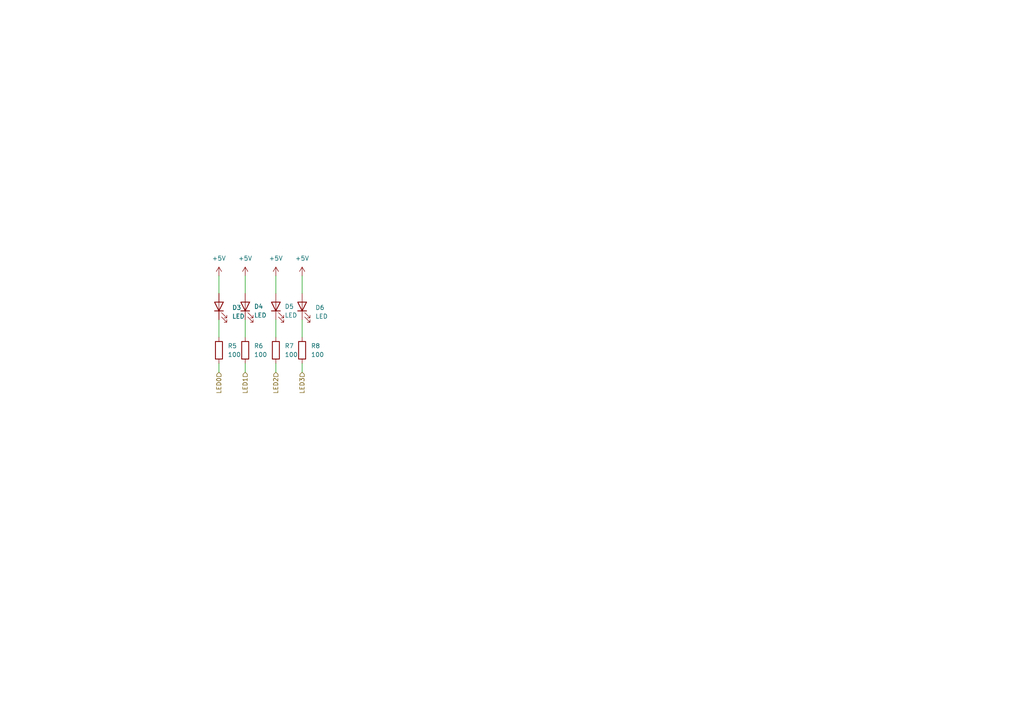
<source format=kicad_sch>
(kicad_sch (version 20211123) (generator eeschema)

  (uuid 62a4817a-90b5-4405-afef-7ac403d6efca)

  (paper "A4")

  (lib_symbols
    (symbol "Device:LED" (pin_numbers hide) (pin_names (offset 1.016) hide) (in_bom yes) (on_board yes)
      (property "Reference" "D" (id 0) (at 0 2.54 0)
        (effects (font (size 1.27 1.27)))
      )
      (property "Value" "LED" (id 1) (at 0 -2.54 0)
        (effects (font (size 1.27 1.27)))
      )
      (property "Footprint" "" (id 2) (at 0 0 0)
        (effects (font (size 1.27 1.27)) hide)
      )
      (property "Datasheet" "~" (id 3) (at 0 0 0)
        (effects (font (size 1.27 1.27)) hide)
      )
      (property "ki_keywords" "LED diode" (id 4) (at 0 0 0)
        (effects (font (size 1.27 1.27)) hide)
      )
      (property "ki_description" "Light emitting diode" (id 5) (at 0 0 0)
        (effects (font (size 1.27 1.27)) hide)
      )
      (property "ki_fp_filters" "LED* LED_SMD:* LED_THT:*" (id 6) (at 0 0 0)
        (effects (font (size 1.27 1.27)) hide)
      )
      (symbol "LED_0_1"
        (polyline
          (pts
            (xy -1.27 -1.27)
            (xy -1.27 1.27)
          )
          (stroke (width 0.254) (type default) (color 0 0 0 0))
          (fill (type none))
        )
        (polyline
          (pts
            (xy -1.27 0)
            (xy 1.27 0)
          )
          (stroke (width 0) (type default) (color 0 0 0 0))
          (fill (type none))
        )
        (polyline
          (pts
            (xy 1.27 -1.27)
            (xy 1.27 1.27)
            (xy -1.27 0)
            (xy 1.27 -1.27)
          )
          (stroke (width 0.254) (type default) (color 0 0 0 0))
          (fill (type none))
        )
        (polyline
          (pts
            (xy -3.048 -0.762)
            (xy -4.572 -2.286)
            (xy -3.81 -2.286)
            (xy -4.572 -2.286)
            (xy -4.572 -1.524)
          )
          (stroke (width 0) (type default) (color 0 0 0 0))
          (fill (type none))
        )
        (polyline
          (pts
            (xy -1.778 -0.762)
            (xy -3.302 -2.286)
            (xy -2.54 -2.286)
            (xy -3.302 -2.286)
            (xy -3.302 -1.524)
          )
          (stroke (width 0) (type default) (color 0 0 0 0))
          (fill (type none))
        )
      )
      (symbol "LED_1_1"
        (pin passive line (at -3.81 0 0) (length 2.54)
          (name "K" (effects (font (size 1.27 1.27))))
          (number "1" (effects (font (size 1.27 1.27))))
        )
        (pin passive line (at 3.81 0 180) (length 2.54)
          (name "A" (effects (font (size 1.27 1.27))))
          (number "2" (effects (font (size 1.27 1.27))))
        )
      )
    )
    (symbol "Device:R" (pin_numbers hide) (pin_names (offset 0)) (in_bom yes) (on_board yes)
      (property "Reference" "R" (id 0) (at 2.032 0 90)
        (effects (font (size 1.27 1.27)))
      )
      (property "Value" "R" (id 1) (at 0 0 90)
        (effects (font (size 1.27 1.27)))
      )
      (property "Footprint" "" (id 2) (at -1.778 0 90)
        (effects (font (size 1.27 1.27)) hide)
      )
      (property "Datasheet" "~" (id 3) (at 0 0 0)
        (effects (font (size 1.27 1.27)) hide)
      )
      (property "ki_keywords" "R res resistor" (id 4) (at 0 0 0)
        (effects (font (size 1.27 1.27)) hide)
      )
      (property "ki_description" "Resistor" (id 5) (at 0 0 0)
        (effects (font (size 1.27 1.27)) hide)
      )
      (property "ki_fp_filters" "R_*" (id 6) (at 0 0 0)
        (effects (font (size 1.27 1.27)) hide)
      )
      (symbol "R_0_1"
        (rectangle (start -1.016 -2.54) (end 1.016 2.54)
          (stroke (width 0.254) (type default) (color 0 0 0 0))
          (fill (type none))
        )
      )
      (symbol "R_1_1"
        (pin passive line (at 0 3.81 270) (length 1.27)
          (name "~" (effects (font (size 1.27 1.27))))
          (number "1" (effects (font (size 1.27 1.27))))
        )
        (pin passive line (at 0 -3.81 90) (length 1.27)
          (name "~" (effects (font (size 1.27 1.27))))
          (number "2" (effects (font (size 1.27 1.27))))
        )
      )
    )
    (symbol "power:+5V" (power) (pin_names (offset 0)) (in_bom yes) (on_board yes)
      (property "Reference" "#PWR" (id 0) (at 0 -3.81 0)
        (effects (font (size 1.27 1.27)) hide)
      )
      (property "Value" "+5V" (id 1) (at 0 3.556 0)
        (effects (font (size 1.27 1.27)))
      )
      (property "Footprint" "" (id 2) (at 0 0 0)
        (effects (font (size 1.27 1.27)) hide)
      )
      (property "Datasheet" "" (id 3) (at 0 0 0)
        (effects (font (size 1.27 1.27)) hide)
      )
      (property "ki_keywords" "power-flag" (id 4) (at 0 0 0)
        (effects (font (size 1.27 1.27)) hide)
      )
      (property "ki_description" "Power symbol creates a global label with name \"+5V\"" (id 5) (at 0 0 0)
        (effects (font (size 1.27 1.27)) hide)
      )
      (symbol "+5V_0_1"
        (polyline
          (pts
            (xy -0.762 1.27)
            (xy 0 2.54)
          )
          (stroke (width 0) (type default) (color 0 0 0 0))
          (fill (type none))
        )
        (polyline
          (pts
            (xy 0 0)
            (xy 0 2.54)
          )
          (stroke (width 0) (type default) (color 0 0 0 0))
          (fill (type none))
        )
        (polyline
          (pts
            (xy 0 2.54)
            (xy 0.762 1.27)
          )
          (stroke (width 0) (type default) (color 0 0 0 0))
          (fill (type none))
        )
      )
      (symbol "+5V_1_1"
        (pin power_in line (at 0 0 90) (length 0) hide
          (name "+5V" (effects (font (size 1.27 1.27))))
          (number "1" (effects (font (size 1.27 1.27))))
        )
      )
    )
  )


  (wire (pts (xy 63.5 105.41) (xy 63.5 107.95))
    (stroke (width 0) (type default) (color 0 0 0 0))
    (uuid 01291ad7-d515-4150-9a7f-9e12dc140e88)
  )
  (wire (pts (xy 63.5 92.71) (xy 63.5 97.79))
    (stroke (width 0) (type default) (color 0 0 0 0))
    (uuid 108c59d6-8817-4439-b0ed-db9970f5d19c)
  )
  (wire (pts (xy 87.63 105.41) (xy 87.63 107.95))
    (stroke (width 0) (type default) (color 0 0 0 0))
    (uuid 20c97ad1-2955-4b68-95a4-9b067cd17eec)
  )
  (wire (pts (xy 80.01 92.71) (xy 80.01 97.79))
    (stroke (width 0) (type default) (color 0 0 0 0))
    (uuid 232e8801-adb1-4510-88b5-979b871d9ac5)
  )
  (wire (pts (xy 71.12 80.01) (xy 71.12 85.09))
    (stroke (width 0) (type default) (color 0 0 0 0))
    (uuid 28512130-9f93-443f-ab96-d53b00ddacbe)
  )
  (wire (pts (xy 71.12 105.41) (xy 71.12 107.95))
    (stroke (width 0) (type default) (color 0 0 0 0))
    (uuid 3e3b9281-a771-4eef-a0b4-10c75cfb36a4)
  )
  (wire (pts (xy 87.63 80.01) (xy 87.63 85.09))
    (stroke (width 0) (type default) (color 0 0 0 0))
    (uuid 6aeaa166-dc75-4db0-958c-b737facfe99b)
  )
  (wire (pts (xy 63.5 80.01) (xy 63.5 85.09))
    (stroke (width 0) (type default) (color 0 0 0 0))
    (uuid 8772571a-a395-4dfb-a01b-16c9101ca677)
  )
  (wire (pts (xy 80.01 80.01) (xy 80.01 85.09))
    (stroke (width 0) (type default) (color 0 0 0 0))
    (uuid a01f9b01-deb2-4b35-8b33-e1f74b5fd0fc)
  )
  (wire (pts (xy 80.01 105.41) (xy 80.01 107.95))
    (stroke (width 0) (type default) (color 0 0 0 0))
    (uuid a07d4b8d-88e9-4455-83a6-b52298befe57)
  )
  (wire (pts (xy 71.12 92.71) (xy 71.12 97.79))
    (stroke (width 0) (type default) (color 0 0 0 0))
    (uuid d3d238f6-acbb-418b-afb1-01fd90cf418a)
  )
  (wire (pts (xy 87.63 92.71) (xy 87.63 97.79))
    (stroke (width 0) (type default) (color 0 0 0 0))
    (uuid e50c2909-e2d4-4787-8bf9-3ebd85fbd590)
  )

  (hierarchical_label "LED1" (shape input) (at 71.12 107.95 270)
    (effects (font (size 1.27 1.27)) (justify right))
    (uuid 0efed662-3ebc-46d1-8def-17e4c4dd08d7)
  )
  (hierarchical_label "LED3" (shape input) (at 87.63 107.95 270)
    (effects (font (size 1.27 1.27)) (justify right))
    (uuid 1fac7540-a02d-4aba-bd80-15ea92a7dde0)
  )
  (hierarchical_label "LED2" (shape input) (at 80.01 107.95 270)
    (effects (font (size 1.27 1.27)) (justify right))
    (uuid 8fe70ff3-7f26-4e8a-9231-fa86dc86eebe)
  )
  (hierarchical_label "LED0" (shape input) (at 63.5 107.95 270)
    (effects (font (size 1.27 1.27)) (justify right))
    (uuid ebdcea94-fec0-4654-a32b-de26e3f2bf5b)
  )

  (symbol (lib_id "power:+5V") (at 80.01 80.01 0) (unit 1)
    (in_bom yes) (on_board yes) (fields_autoplaced)
    (uuid 0f8cb0eb-3eaa-41a7-a83e-0cf7e0f48ab2)
    (property "Reference" "#PWR09" (id 0) (at 80.01 83.82 0)
      (effects (font (size 1.27 1.27)) hide)
    )
    (property "Value" "+5V" (id 1) (at 80.01 74.93 0))
    (property "Footprint" "" (id 2) (at 80.01 80.01 0)
      (effects (font (size 1.27 1.27)) hide)
    )
    (property "Datasheet" "" (id 3) (at 80.01 80.01 0)
      (effects (font (size 1.27 1.27)) hide)
    )
    (pin "1" (uuid 4083d8cf-fd59-4e60-8dff-fdd8dbf3d4d1))
  )

  (symbol (lib_id "Device:LED") (at 87.63 88.9 90) (unit 1)
    (in_bom yes) (on_board yes) (fields_autoplaced)
    (uuid 1f0a3013-8deb-4309-9b2a-5fd8f5ed3c49)
    (property "Reference" "D6" (id 0) (at 91.44 89.2174 90)
      (effects (font (size 1.27 1.27)) (justify right))
    )
    (property "Value" "LED" (id 1) (at 91.44 91.7574 90)
      (effects (font (size 1.27 1.27)) (justify right))
    )
    (property "Footprint" "LED_SMD:LED_1206_3216Metric_Pad1.42x1.75mm_HandSolder" (id 2) (at 87.63 88.9 0)
      (effects (font (size 1.27 1.27)) hide)
    )
    (property "Datasheet" "~" (id 3) (at 87.63 88.9 0)
      (effects (font (size 1.27 1.27)) hide)
    )
    (pin "1" (uuid 1e582b58-6d57-413d-b148-9584ce2762fa))
    (pin "2" (uuid 60ad813b-6999-4fbe-8c43-4fdc7fa0b9e8))
  )

  (symbol (lib_id "Device:LED") (at 71.12 88.9 90) (unit 1)
    (in_bom yes) (on_board yes)
    (uuid 4ae683a8-6dc8-4675-b34b-ddc42533ed96)
    (property "Reference" "D4" (id 0) (at 73.66 88.9 90)
      (effects (font (size 1.27 1.27)) (justify right))
    )
    (property "Value" "LED" (id 1) (at 73.66 91.44 90)
      (effects (font (size 1.27 1.27)) (justify right))
    )
    (property "Footprint" "LED_SMD:LED_1206_3216Metric_Pad1.42x1.75mm_HandSolder" (id 2) (at 71.12 88.9 0)
      (effects (font (size 1.27 1.27)) hide)
    )
    (property "Datasheet" "~" (id 3) (at 71.12 88.9 0)
      (effects (font (size 1.27 1.27)) hide)
    )
    (pin "1" (uuid 7a6ddcaf-6037-41a8-a143-053b628a097e))
    (pin "2" (uuid 65ca295c-53f2-47e2-8bcc-648f3cce2f67))
  )

  (symbol (lib_id "Device:LED") (at 80.01 88.9 90) (unit 1)
    (in_bom yes) (on_board yes)
    (uuid 66995cf1-d78a-4892-b270-24d1ba6cda0d)
    (property "Reference" "D5" (id 0) (at 82.55 88.9 90)
      (effects (font (size 1.27 1.27)) (justify right))
    )
    (property "Value" "LED" (id 1) (at 82.55 91.44 90)
      (effects (font (size 1.27 1.27)) (justify right))
    )
    (property "Footprint" "LED_SMD:LED_1206_3216Metric_Pad1.42x1.75mm_HandSolder" (id 2) (at 80.01 88.9 0)
      (effects (font (size 1.27 1.27)) hide)
    )
    (property "Datasheet" "~" (id 3) (at 80.01 88.9 0)
      (effects (font (size 1.27 1.27)) hide)
    )
    (pin "1" (uuid 02f35f01-1589-4348-ae62-2fb2ce4a7536))
    (pin "2" (uuid 74eae114-1365-4f95-a502-3810137fe722))
  )

  (symbol (lib_id "Device:R") (at 80.01 101.6 0) (unit 1)
    (in_bom yes) (on_board yes) (fields_autoplaced)
    (uuid 689bc40b-789e-4a47-be89-05cbf89f20f4)
    (property "Reference" "R7" (id 0) (at 82.55 100.3299 0)
      (effects (font (size 1.27 1.27)) (justify left))
    )
    (property "Value" "100" (id 1) (at 82.55 102.8699 0)
      (effects (font (size 1.27 1.27)) (justify left))
    )
    (property "Footprint" "Resistor_SMD:R_0805_2012Metric" (id 2) (at 78.232 101.6 90)
      (effects (font (size 1.27 1.27)) hide)
    )
    (property "Datasheet" "~" (id 3) (at 80.01 101.6 0)
      (effects (font (size 1.27 1.27)) hide)
    )
    (pin "1" (uuid 07faaccf-887b-42e8-9967-d91bc7ecf6af))
    (pin "2" (uuid ed529ccc-7b90-4d7b-9be9-368bc9afc38e))
  )

  (symbol (lib_id "power:+5V") (at 71.12 80.01 0) (unit 1)
    (in_bom yes) (on_board yes) (fields_autoplaced)
    (uuid 77caee0b-97ff-4078-bc53-327f059a70a5)
    (property "Reference" "#PWR08" (id 0) (at 71.12 83.82 0)
      (effects (font (size 1.27 1.27)) hide)
    )
    (property "Value" "+5V" (id 1) (at 71.12 74.93 0))
    (property "Footprint" "" (id 2) (at 71.12 80.01 0)
      (effects (font (size 1.27 1.27)) hide)
    )
    (property "Datasheet" "" (id 3) (at 71.12 80.01 0)
      (effects (font (size 1.27 1.27)) hide)
    )
    (pin "1" (uuid 3529850f-89bf-41c1-b2dc-88663b6c0f9d))
  )

  (symbol (lib_id "power:+5V") (at 87.63 80.01 0) (unit 1)
    (in_bom yes) (on_board yes) (fields_autoplaced)
    (uuid 872d420a-37d3-404e-aadb-bb4a46718d2b)
    (property "Reference" "#PWR010" (id 0) (at 87.63 83.82 0)
      (effects (font (size 1.27 1.27)) hide)
    )
    (property "Value" "+5V" (id 1) (at 87.63 74.93 0))
    (property "Footprint" "" (id 2) (at 87.63 80.01 0)
      (effects (font (size 1.27 1.27)) hide)
    )
    (property "Datasheet" "" (id 3) (at 87.63 80.01 0)
      (effects (font (size 1.27 1.27)) hide)
    )
    (pin "1" (uuid 33b4a155-c447-4fdd-ab29-610cb0fd4b64))
  )

  (symbol (lib_id "Device:LED") (at 63.5 88.9 90) (unit 1)
    (in_bom yes) (on_board yes) (fields_autoplaced)
    (uuid abea6cb8-efdd-416f-864f-4c103103b219)
    (property "Reference" "D3" (id 0) (at 67.31 89.2174 90)
      (effects (font (size 1.27 1.27)) (justify right))
    )
    (property "Value" "LED" (id 1) (at 67.31 91.7574 90)
      (effects (font (size 1.27 1.27)) (justify right))
    )
    (property "Footprint" "LED_SMD:LED_1206_3216Metric_Pad1.42x1.75mm_HandSolder" (id 2) (at 63.5 88.9 0)
      (effects (font (size 1.27 1.27)) hide)
    )
    (property "Datasheet" "~" (id 3) (at 63.5 88.9 0)
      (effects (font (size 1.27 1.27)) hide)
    )
    (pin "1" (uuid 2fa9d0d9-5c65-4f6f-8ed2-cc3945479a94))
    (pin "2" (uuid 1a8bc07b-da20-47f7-945b-0b8f7147e6e4))
  )

  (symbol (lib_id "power:+5V") (at 63.5 80.01 0) (unit 1)
    (in_bom yes) (on_board yes) (fields_autoplaced)
    (uuid cc68301c-9fab-4eb0-9c82-dabec690cdca)
    (property "Reference" "#PWR07" (id 0) (at 63.5 83.82 0)
      (effects (font (size 1.27 1.27)) hide)
    )
    (property "Value" "+5V" (id 1) (at 63.5 74.93 0))
    (property "Footprint" "" (id 2) (at 63.5 80.01 0)
      (effects (font (size 1.27 1.27)) hide)
    )
    (property "Datasheet" "" (id 3) (at 63.5 80.01 0)
      (effects (font (size 1.27 1.27)) hide)
    )
    (pin "1" (uuid d3c27af8-6637-4fed-9cb5-f7ae38b66b1c))
  )

  (symbol (lib_id "Device:R") (at 87.63 101.6 0) (unit 1)
    (in_bom yes) (on_board yes) (fields_autoplaced)
    (uuid dc2e024b-3eac-4f18-a7a5-dfa4460d2ad0)
    (property "Reference" "R8" (id 0) (at 90.17 100.3299 0)
      (effects (font (size 1.27 1.27)) (justify left))
    )
    (property "Value" "100" (id 1) (at 90.17 102.8699 0)
      (effects (font (size 1.27 1.27)) (justify left))
    )
    (property "Footprint" "Resistor_SMD:R_0805_2012Metric" (id 2) (at 85.852 101.6 90)
      (effects (font (size 1.27 1.27)) hide)
    )
    (property "Datasheet" "~" (id 3) (at 87.63 101.6 0)
      (effects (font (size 1.27 1.27)) hide)
    )
    (pin "1" (uuid be910e66-2649-409e-8140-2169124c2a7d))
    (pin "2" (uuid cd0c6d72-98ef-49a9-a168-e4564bfa98cc))
  )

  (symbol (lib_id "Device:R") (at 63.5 101.6 0) (unit 1)
    (in_bom yes) (on_board yes) (fields_autoplaced)
    (uuid f2d30cd1-c0e5-40de-af90-5d471a164f5b)
    (property "Reference" "R5" (id 0) (at 66.04 100.3299 0)
      (effects (font (size 1.27 1.27)) (justify left))
    )
    (property "Value" "100" (id 1) (at 66.04 102.8699 0)
      (effects (font (size 1.27 1.27)) (justify left))
    )
    (property "Footprint" "Resistor_SMD:R_0805_2012Metric" (id 2) (at 61.722 101.6 90)
      (effects (font (size 1.27 1.27)) hide)
    )
    (property "Datasheet" "~" (id 3) (at 63.5 101.6 0)
      (effects (font (size 1.27 1.27)) hide)
    )
    (pin "1" (uuid f1b043a6-1327-4ee1-bba4-22719c947f34))
    (pin "2" (uuid 985773d1-5884-4e44-ad07-a900f37a62fd))
  )

  (symbol (lib_id "Device:R") (at 71.12 101.6 0) (unit 1)
    (in_bom yes) (on_board yes) (fields_autoplaced)
    (uuid f494edca-801f-4ac2-8193-78fe1dbe1c7b)
    (property "Reference" "R6" (id 0) (at 73.66 100.3299 0)
      (effects (font (size 1.27 1.27)) (justify left))
    )
    (property "Value" "100" (id 1) (at 73.66 102.8699 0)
      (effects (font (size 1.27 1.27)) (justify left))
    )
    (property "Footprint" "Resistor_SMD:R_0805_2012Metric" (id 2) (at 69.342 101.6 90)
      (effects (font (size 1.27 1.27)) hide)
    )
    (property "Datasheet" "~" (id 3) (at 71.12 101.6 0)
      (effects (font (size 1.27 1.27)) hide)
    )
    (pin "1" (uuid 9e2b9c16-8f72-4f9a-ae22-7244ade1e9a9))
    (pin "2" (uuid fdf838fc-c0eb-4047-bf41-f35d2978487d))
  )
)

</source>
